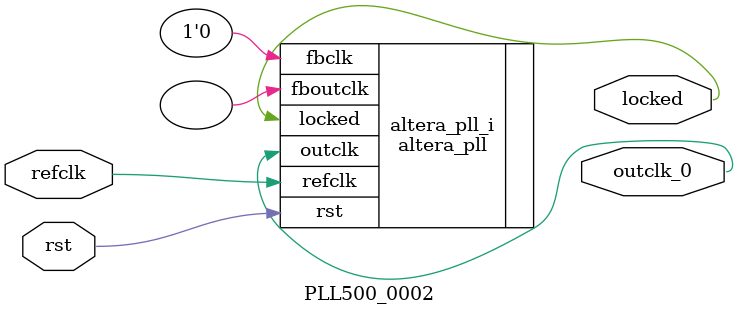
<source format=v>
`timescale 1ns/10ps
module  PLL500_0002(

	// interface 'refclk'
	input wire refclk,

	// interface 'reset'
	input wire rst,

	// interface 'outclk0'
	output wire outclk_0,

	// interface 'locked'
	output wire locked
);

	altera_pll #(
		.fractional_vco_multiplier("false"),
		.reference_clock_frequency("50.0 MHz"),
		.operation_mode("direct"),
		.number_of_clocks(1),
		.output_clock_frequency0("100.000000 MHz"),
		.phase_shift0("0 ps"),
		.duty_cycle0(50),
		.output_clock_frequency1("0 MHz"),
		.phase_shift1("0 ps"),
		.duty_cycle1(50),
		.output_clock_frequency2("0 MHz"),
		.phase_shift2("0 ps"),
		.duty_cycle2(50),
		.output_clock_frequency3("0 MHz"),
		.phase_shift3("0 ps"),
		.duty_cycle3(50),
		.output_clock_frequency4("0 MHz"),
		.phase_shift4("0 ps"),
		.duty_cycle4(50),
		.output_clock_frequency5("0 MHz"),
		.phase_shift5("0 ps"),
		.duty_cycle5(50),
		.output_clock_frequency6("0 MHz"),
		.phase_shift6("0 ps"),
		.duty_cycle6(50),
		.output_clock_frequency7("0 MHz"),
		.phase_shift7("0 ps"),
		.duty_cycle7(50),
		.output_clock_frequency8("0 MHz"),
		.phase_shift8("0 ps"),
		.duty_cycle8(50),
		.output_clock_frequency9("0 MHz"),
		.phase_shift9("0 ps"),
		.duty_cycle9(50),
		.output_clock_frequency10("0 MHz"),
		.phase_shift10("0 ps"),
		.duty_cycle10(50),
		.output_clock_frequency11("0 MHz"),
		.phase_shift11("0 ps"),
		.duty_cycle11(50),
		.output_clock_frequency12("0 MHz"),
		.phase_shift12("0 ps"),
		.duty_cycle12(50),
		.output_clock_frequency13("0 MHz"),
		.phase_shift13("0 ps"),
		.duty_cycle13(50),
		.output_clock_frequency14("0 MHz"),
		.phase_shift14("0 ps"),
		.duty_cycle14(50),
		.output_clock_frequency15("0 MHz"),
		.phase_shift15("0 ps"),
		.duty_cycle15(50),
		.output_clock_frequency16("0 MHz"),
		.phase_shift16("0 ps"),
		.duty_cycle16(50),
		.output_clock_frequency17("0 MHz"),
		.phase_shift17("0 ps"),
		.duty_cycle17(50),
		.pll_type("General"),
		.pll_subtype("General")
	) altera_pll_i (
		.rst	(rst),
		.outclk	({outclk_0}),
		.locked	(locked),
		.fboutclk	( ),
		.fbclk	(1'b0),
		.refclk	(refclk)
	);
endmodule


</source>
